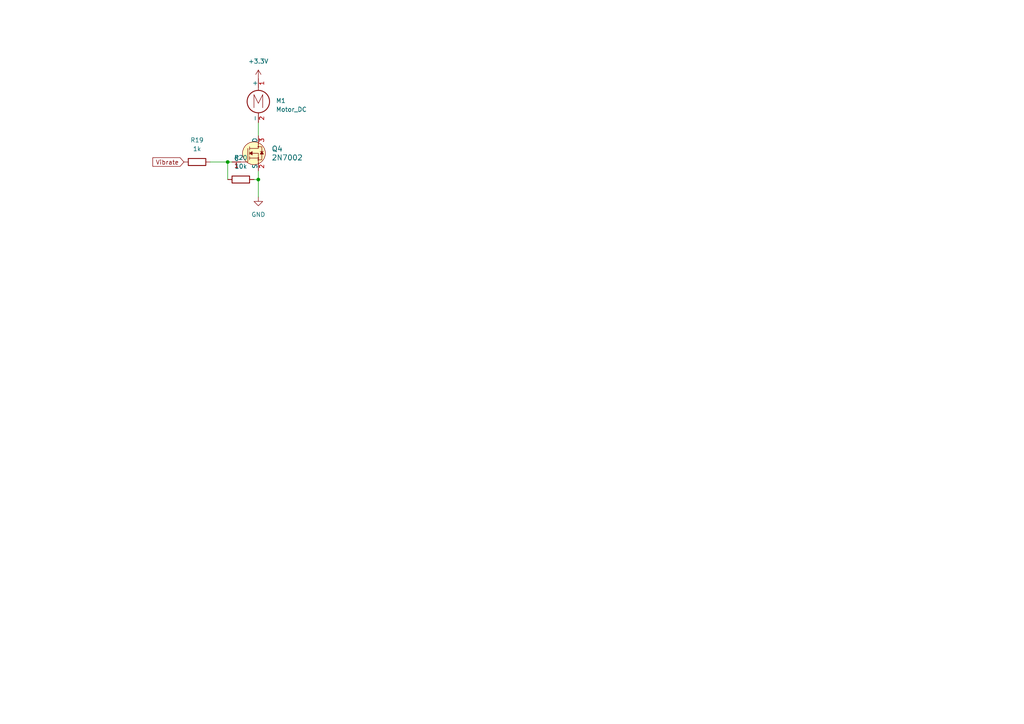
<source format=kicad_sch>
(kicad_sch (version 20250114) (generator "eeschema") (generator_version "9.0")
  (paper "A4")
  (lib_symbols
    (symbol "Device:R" (pin_numbers (hide yes)) (pin_names (offset 0))
      (property "Reference" "R" (at 2.032 0 90))
      (property "Value" "R" (at 0 0 90))
      (symbol "R_0_1"
        (rectangle (start -1.016 -2.54) (end 1.016 2.54) (stroke (width 0.254)))
      )
      (symbol "R_1_1"
        (pin passive line (at 0 3.81 270) (length 1.27) (name "~") (number "1"))
        (pin passive line (at 0 -3.81 90) (length 1.27) (name "~") (number "2"))
      )
    )
    (symbol "Motor:Motor_DC" (pin_names (offset 0))
      (property "Reference" "M" (at 2.54 2.54 0))
      (property "Value" "Motor_DC" (at 2.54 -5.08 0))
      (symbol "Motor_DC_0_0"
        (polyline (pts (xy -1.27 -3.302) (xy -1.27 0.508) (xy 0 -2.032) (xy 1.27 0.508) (xy 1.27 -3.302)))
      )
      (symbol "Motor_DC_0_1"
        (polyline (pts (xy 0 2.032) (xy 0 2.54)))
        (polyline (pts (xy 0 1.7272) (xy 0 2.0828)))
        (circle (center 0 -1.524) (radius 3.2512) (stroke (width 0.254)))
        (polyline (pts (xy 0 -4.7752) (xy 0 -5.1816)))
        (polyline (pts (xy 0 -7.62) (xy 0 -7.112)))
      )
      (symbol "Motor_DC_1_1"
        (pin passive line (at 0 5.08 270) (length 2.54) (name "+") (number "1"))
        (pin passive line (at 0 -7.62 90) (length 2.54) (name "-") (number "2"))
      )
    )
    (symbol "dk_Transistors-FETs-MOSFETs-Single:2N7002" (pin_names (offset 0))
      (property "Reference" "Q" (at -2.6924 3.6322 0))
      (property "Value" "2N7002" (at 3.4544 0 90))
      (symbol "2N7002_0_1"
        (polyline (pts (xy -5.08 -2.54) (xy -3.048 -2.54) (xy -3.048 1.397)))
        (circle (center -1.27 0) (radius 3.302) (fill (type background)))
        (polyline (pts (xy -0.127 -1.905) (xy 1.016 -1.905) (xy 1.016 1.397) (xy 1.016 1.905) (xy -0.127 1.905)))
        (polyline (pts (xy 0 2.54) (xy 0 1.397) (xy -2.54 1.397)))
        (circle (center 0 1.905) (radius 0.127))
        (polyline (pts (xy 0 -1.397) (xy -2.54 -1.397)))
        (circle (center 0 -1.397) (radius 0.127))
        (circle (center 0 -1.905) (radius 0.127))
        (polyline (pts (xy 0 -2.54) (xy 0 0) (xy -2.54 0)))
      )
      (symbol "2N7002_1_1"
        (polyline (pts (xy -2.54 1.905) (xy -2.54 0.889)))
        (polyline (pts (xy -2.54 0) (xy -2.54 0.508)))
        (polyline (pts (xy -2.54 0) (xy -2.54 -0.508)))
        (polyline (pts (xy -2.54 0) (xy -1.778 0.508) (xy -1.778 -0.508) (xy -2.54 0)) (fill (type outline)))
        (polyline (pts (xy -2.54 -1.397) (xy -2.54 -0.889)))
        (polyline (pts (xy -2.54 -1.397) (xy -2.54 -1.905)))
        (polyline (pts (xy 1.016 0.508) (xy 0.508 -0.254) (xy 1.524 -0.254) (xy 1.016 0.508)) (fill (type outline)))
        (polyline (pts (xy 1.524 0.508) (xy 0.508 0.508)))
        (pin bidirectional line (at -7.62 -2.54 0) (length 2.54) (name "G") (number "1"))
        (pin bidirectional line (at 0 5.08 270) (length 2.54) (name "D") (number "3"))
        (pin bidirectional line (at 0 -5.08 90) (length 2.54) (name "S") (number "2"))
      )
    )
    (symbol "power:+3.3V" (power) (pin_numbers (hide yes)) (pin_names (offset 0) (hide yes))
      (property "Value" "+3.3V" (at 0 3.556 0))
      (symbol "+3.3V_0_1"
        (polyline (pts (xy -0.762 1.27) (xy 0 2.54)))
        (polyline (pts (xy 0 2.54) (xy 0.762 1.27)))
        (polyline (pts (xy 0 0) (xy 0 2.54)))
      )
      (symbol "+3.3V_1_1"
        (pin power_in line (at 0 0 90) (length 0) (name "~") (number "1"))
      )
    )
    (symbol "power:GND" (power) (pin_numbers (hide yes)) (pin_names (offset 0) (hide yes))
      (property "Value" "GND" (at 0 -3.81 0))
      (symbol "GND_0_1"
        (polyline (pts (xy 0 0) (xy 0 -1.27) (xy 1.27 -1.27) (xy 0 -2.54) (xy -1.27 -1.27) (xy 0 -1.27)))
      )
      (symbol "GND_1_1"
        (pin power_in line (at 0 0 270) (length 0) (name "~") (number "1"))
      )
    )
  )
  (junction (at 74.93 52.07))
  (junction (at 66.04 46.99))
  (wire (pts (xy 67.31 46.99) (xy 66.04 46.99)))
  (wire (pts (xy 66.04 46.99) (xy 66.04 52.07)))
  (wire (pts (xy 73.66 52.07) (xy 74.93 52.07)))
  (wire (pts (xy 74.93 35.56) (xy 74.93 39.37)))
  (wire (pts (xy 74.93 52.07) (xy 74.93 57.15)))
  (wire (pts (xy 74.93 49.53) (xy 74.93 52.07)))
  (wire (pts (xy 60.96 46.99) (xy 66.04 46.99)))
  (global_label "Vibrate" (shape input) (at 53.34 46.99 180) (property "Intersheetrefs" "${INTERSHEET_REFS}" (effects (hide yes))))
  (symbol (lib_id "Motor:Motor_DC") (at 74.93 27.94 0) (unit 1)
    (property "Reference" "M1" (at 80.01 29.2099 0) (effects (justify left)))
    (property "Value" "Motor_DC" (at 80.01 31.7499 0) (effects (justify left)))
    (property "Footprint" "Smarter watching stuff foot:Vibration motor" (effects (hide yes)))
    (property "Description" "DC Motor" (effects (hide yes)))
  )
  (symbol (lib_id "power:GND") (at 74.93 57.15 0) (unit 1)
    (property "Reference" "#PWR064" (effects (hide yes)))
    (property "Value" "GND" (at 74.93 62.23 0))
    (property "Description" "Power symbol creates a global label with name \"GND\" , ground" (effects (hide yes)))
  )
  (symbol (lib_id "power:+3.3V") (at 74.93 22.86 0) (unit 1)
    (property "Reference" "#PWR063" (effects (hide yes)))
    (property "Value" "+3.3V" (at 74.93 17.78 0))
    (property "Description" "Power symbol creates a global label with name \"+3.3V\"" (effects (hide yes)))
  )
  (symbol (lib_id "Device:R") (at 57.15 46.99 90) (unit 1)
    (property "Reference" "R19" (at 57.15 40.64 90))
    (property "Value" "1k" (at 57.15 43.18 90))
    (property "Footprint" "Resistor_SMD:R_0402_1005Metric" (effects (hide yes)))
    (property "Description" "Resistor" (effects (hide yes)))
  )
  (symbol (lib_id "dk_Transistors-FETs-MOSFETs-Single:2N7002") (at 74.93 44.45 0) (unit 1)
    (property "Reference" "Q4" (at 78.74 43.1799 0) (effects (font (size 1.524 1.524)) (justify left)))
    (property "Value" "2N7002" (at 78.74 45.7199 0) (effects (font (size 1.524 1.524)) (justify left)))
    (property "Footprint" "Package_TO_SOT_SMD:SOT-23" (effects (hide yes)))
    (property "Datasheet" "https://www.onsemi.com/pub/Collateral/NDS7002A-D.PDF" (effects (hide yes)))
    (property "Description" "MOSFET N-CH 60V 115MA SOT-23" (effects (hide yes)))
    (property "Digi-Key_PN" "2N7002NCT-ND" (effects (hide yes)))
    (property "MPN" "2N7002" (effects (hide yes)))
    (property "Category" "Discrete Semiconductor Products" (effects (hide yes)))
    (property "Family" "Transistors - FETs, MOSFETs - Single" (effects (hide yes)))
    (property "DK_Datasheet_Link" "https://www.onsemi.com/pub/Collateral/NDS7002A-D.PDF" (effects (hide yes)))
    (property "DK_Detail_Page" "/product-detail/en/on-semiconductor/2N7002/2N7002NCT-ND/244664" (effects (hide yes)))
    (property "Description_1" "MOSFET N-CH 60V 115MA SOT-23" (effects (hide yes)))
    (property "Manufacturer" "ON Semiconductor" (effects (hide yes)))
    (property "Status" "Active" (effects (hide yes)))
  )
  (symbol (lib_id "Device:R") (at 69.85 52.07 90) (unit 1)
    (property "Reference" "R20" (at 69.85 45.72 90))
    (property "Value" "10k" (at 69.85 48.26 90))
    (property "Footprint" "Resistor_SMD:R_0402_1005Metric" (effects (hide yes)))
    (property "Description" "Resistor" (effects (hide yes)))
  )
)
</source>
